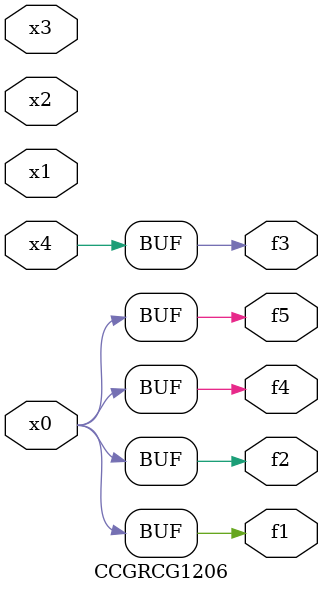
<source format=v>
module CCGRCG1206(
	input x0, x1, x2, x3, x4,
	output f1, f2, f3, f4, f5
);
	assign f1 = x0;
	assign f2 = x0;
	assign f3 = x4;
	assign f4 = x0;
	assign f5 = x0;
endmodule

</source>
